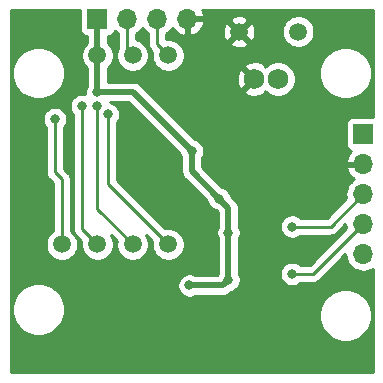
<source format=gbl>
G04 #@! TF.GenerationSoftware,KiCad,Pcbnew,(5.1.2-1)-1*
G04 #@! TF.CreationDate,2019-08-31T04:18:35+09:00*
G04 #@! TF.ProjectId,Schematic,53636865-6d61-4746-9963-2e6b69636164,rev?*
G04 #@! TF.SameCoordinates,Original*
G04 #@! TF.FileFunction,Copper,L2,Bot*
G04 #@! TF.FilePolarity,Positive*
%FSLAX46Y46*%
G04 Gerber Fmt 4.6, Leading zero omitted, Abs format (unit mm)*
G04 Created by KiCad (PCBNEW (5.1.2-1)-1) date 2019-08-31 04:18:35*
%MOMM*%
%LPD*%
G04 APERTURE LIST*
%ADD10O,1.700000X1.700000*%
%ADD11R,1.700000X1.700000*%
%ADD12C,1.500000*%
%ADD13C,1.750000*%
%ADD14C,0.800000*%
%ADD15C,0.500000*%
%ADD16C,0.250000*%
%ADD17C,0.254000*%
G04 APERTURE END LIST*
D10*
X120500000Y-81330000D03*
X120500000Y-78790000D03*
X120500000Y-76250000D03*
X120500000Y-73710000D03*
D11*
X120500000Y-71170000D03*
D12*
X104000000Y-80500000D03*
X101000000Y-80500000D03*
X98000000Y-80500000D03*
X95000000Y-80500000D03*
X104000000Y-64500000D03*
X101000000Y-64500000D03*
X110000000Y-62500000D03*
X98000000Y-64500000D03*
X115000000Y-62500000D03*
D13*
X113300000Y-66500000D03*
X111300000Y-66500000D03*
D10*
X105620000Y-61400000D03*
X103080000Y-61400000D03*
X100540000Y-61400000D03*
D11*
X98000000Y-61400000D03*
D14*
X94400000Y-69900000D03*
X96700000Y-68800000D03*
X98000000Y-68800000D03*
X98900000Y-69500000D03*
X115000000Y-62500000D03*
X106000000Y-80500000D03*
X104000000Y-82250000D03*
X106000000Y-82250000D03*
X92500000Y-90000000D03*
X97500000Y-90000000D03*
X102500000Y-90000000D03*
X107500000Y-90000000D03*
X112500000Y-90000000D03*
X117500000Y-90000000D03*
X120000000Y-90000000D03*
X92500000Y-62500000D03*
X95000000Y-62500000D03*
X107500000Y-62500000D03*
X112000000Y-62500000D03*
X120000000Y-62500000D03*
X107500000Y-70000000D03*
X108500000Y-74500000D03*
X117000000Y-72500000D03*
X118500000Y-75000000D03*
X120500000Y-83500000D03*
X120500000Y-69000000D03*
X106000000Y-86000000D03*
X107500000Y-86000000D03*
X98000000Y-87500000D03*
X92500000Y-83000000D03*
X91500000Y-69500000D03*
X111500000Y-70000000D03*
X98000000Y-67600000D03*
X106000000Y-72600000D03*
X105800000Y-83975000D03*
X109100000Y-83500000D03*
X109100000Y-79500000D03*
X108300000Y-76625000D03*
X114500000Y-83000000D03*
X114500000Y-79000000D03*
D15*
X106000000Y-74325000D02*
X108300000Y-76625000D01*
X108300000Y-76625000D02*
X109100000Y-77425000D01*
X109100000Y-77425000D02*
X109100000Y-79500000D01*
X109100000Y-79500000D02*
X109100000Y-83500000D01*
X108624998Y-83975000D02*
X105800000Y-83975000D01*
X109100000Y-83500000D02*
X108624998Y-83975000D01*
X102200000Y-68800000D02*
X106000000Y-72600000D01*
X106000000Y-74325000D02*
X106000000Y-72600000D01*
X101000000Y-67600000D02*
X102200000Y-68800000D01*
X98000000Y-67600000D02*
X101000000Y-67600000D01*
X98000000Y-67600000D02*
X98000000Y-61400000D01*
D16*
X103080000Y-63580000D02*
X104000000Y-64500000D01*
X103080000Y-61400000D02*
X103080000Y-63580000D01*
X100540000Y-64040000D02*
X101000000Y-64500000D01*
X100540000Y-61400000D02*
X100540000Y-64040000D01*
X116290000Y-83000000D02*
X120500000Y-78790000D01*
X114500000Y-83000000D02*
X116290000Y-83000000D01*
X117750000Y-79000000D02*
X120500000Y-76250000D01*
X114500000Y-79000000D02*
X117750000Y-79000000D01*
X98900000Y-75400000D02*
X104000000Y-80500000D01*
X98900000Y-69500000D02*
X98900000Y-75400000D01*
X98000000Y-77500000D02*
X101000000Y-80500000D01*
X98000000Y-68800000D02*
X98000000Y-77500000D01*
X96700000Y-79200000D02*
X98000000Y-80500000D01*
X96700000Y-68800000D02*
X96700000Y-79200000D01*
X94400000Y-69900000D02*
X94400000Y-74400000D01*
X95000000Y-75000000D02*
X95000000Y-80500000D01*
X94400000Y-74400000D02*
X95000000Y-75000000D01*
D17*
G36*
X96511928Y-62250000D02*
G01*
X96524188Y-62374482D01*
X96560498Y-62494180D01*
X96619463Y-62604494D01*
X96698815Y-62701185D01*
X96795506Y-62780537D01*
X96905820Y-62839502D01*
X97025518Y-62875812D01*
X97115001Y-62884625D01*
X97115001Y-63426314D01*
X96924201Y-63617114D01*
X96772629Y-63843957D01*
X96668225Y-64096011D01*
X96615000Y-64363589D01*
X96615000Y-64636411D01*
X96668225Y-64903989D01*
X96772629Y-65156043D01*
X96924201Y-65382886D01*
X97115000Y-65573685D01*
X97115000Y-67061546D01*
X97082795Y-67109744D01*
X97004774Y-67298102D01*
X96965000Y-67498061D01*
X96965000Y-67701939D01*
X96984778Y-67801369D01*
X96801939Y-67765000D01*
X96598061Y-67765000D01*
X96398102Y-67804774D01*
X96209744Y-67882795D01*
X96040226Y-67996063D01*
X95896063Y-68140226D01*
X95782795Y-68309744D01*
X95704774Y-68498102D01*
X95665000Y-68698061D01*
X95665000Y-68901939D01*
X95704774Y-69101898D01*
X95782795Y-69290256D01*
X95896063Y-69459774D01*
X95940000Y-69503711D01*
X95940001Y-79162668D01*
X95936324Y-79200000D01*
X95950998Y-79348985D01*
X95994454Y-79492246D01*
X96044431Y-79585746D01*
X95882886Y-79424201D01*
X95760000Y-79342091D01*
X95760000Y-75037322D01*
X95763676Y-74999999D01*
X95760000Y-74962676D01*
X95760000Y-74962667D01*
X95749003Y-74851014D01*
X95705546Y-74707753D01*
X95682861Y-74665313D01*
X95634974Y-74575723D01*
X95563799Y-74488997D01*
X95540001Y-74459999D01*
X95511004Y-74436202D01*
X95160000Y-74085199D01*
X95160000Y-70603711D01*
X95203937Y-70559774D01*
X95317205Y-70390256D01*
X95395226Y-70201898D01*
X95435000Y-70001939D01*
X95435000Y-69798061D01*
X95395226Y-69598102D01*
X95317205Y-69409744D01*
X95203937Y-69240226D01*
X95059774Y-69096063D01*
X94890256Y-68982795D01*
X94701898Y-68904774D01*
X94501939Y-68865000D01*
X94298061Y-68865000D01*
X94098102Y-68904774D01*
X93909744Y-68982795D01*
X93740226Y-69096063D01*
X93596063Y-69240226D01*
X93482795Y-69409744D01*
X93404774Y-69598102D01*
X93365000Y-69798061D01*
X93365000Y-70001939D01*
X93404774Y-70201898D01*
X93482795Y-70390256D01*
X93596063Y-70559774D01*
X93640000Y-70603711D01*
X93640001Y-74362668D01*
X93636324Y-74400000D01*
X93640001Y-74437333D01*
X93650998Y-74548986D01*
X93659109Y-74575724D01*
X93694454Y-74692246D01*
X93765026Y-74824276D01*
X93836201Y-74911002D01*
X93860000Y-74940001D01*
X93888998Y-74963799D01*
X94240000Y-75314802D01*
X94240001Y-79342090D01*
X94117114Y-79424201D01*
X93924201Y-79617114D01*
X93772629Y-79843957D01*
X93668225Y-80096011D01*
X93615000Y-80363589D01*
X93615000Y-80636411D01*
X93668225Y-80903989D01*
X93772629Y-81156043D01*
X93924201Y-81382886D01*
X94117114Y-81575799D01*
X94343957Y-81727371D01*
X94596011Y-81831775D01*
X94863589Y-81885000D01*
X95136411Y-81885000D01*
X95403989Y-81831775D01*
X95656043Y-81727371D01*
X95882886Y-81575799D01*
X96075799Y-81382886D01*
X96227371Y-81156043D01*
X96331775Y-80903989D01*
X96385000Y-80636411D01*
X96385000Y-80363589D01*
X96331775Y-80096011D01*
X96227371Y-79843957D01*
X96148751Y-79726294D01*
X96160000Y-79740001D01*
X96188998Y-79763799D01*
X96643833Y-80218635D01*
X96615000Y-80363589D01*
X96615000Y-80636411D01*
X96668225Y-80903989D01*
X96772629Y-81156043D01*
X96924201Y-81382886D01*
X97117114Y-81575799D01*
X97343957Y-81727371D01*
X97596011Y-81831775D01*
X97863589Y-81885000D01*
X98136411Y-81885000D01*
X98403989Y-81831775D01*
X98656043Y-81727371D01*
X98882886Y-81575799D01*
X99075799Y-81382886D01*
X99227371Y-81156043D01*
X99331775Y-80903989D01*
X99385000Y-80636411D01*
X99385000Y-80363589D01*
X99331775Y-80096011D01*
X99227371Y-79843957D01*
X99143230Y-79718032D01*
X99643833Y-80218635D01*
X99615000Y-80363589D01*
X99615000Y-80636411D01*
X99668225Y-80903989D01*
X99772629Y-81156043D01*
X99924201Y-81382886D01*
X100117114Y-81575799D01*
X100343957Y-81727371D01*
X100596011Y-81831775D01*
X100863589Y-81885000D01*
X101136411Y-81885000D01*
X101403989Y-81831775D01*
X101656043Y-81727371D01*
X101882886Y-81575799D01*
X102075799Y-81382886D01*
X102227371Y-81156043D01*
X102331775Y-80903989D01*
X102385000Y-80636411D01*
X102385000Y-80363589D01*
X102331775Y-80096011D01*
X102227371Y-79843957D01*
X102143231Y-79718032D01*
X102643833Y-80218635D01*
X102615000Y-80363589D01*
X102615000Y-80636411D01*
X102668225Y-80903989D01*
X102772629Y-81156043D01*
X102924201Y-81382886D01*
X103117114Y-81575799D01*
X103343957Y-81727371D01*
X103596011Y-81831775D01*
X103863589Y-81885000D01*
X104136411Y-81885000D01*
X104403989Y-81831775D01*
X104656043Y-81727371D01*
X104882886Y-81575799D01*
X105075799Y-81382886D01*
X105227371Y-81156043D01*
X105331775Y-80903989D01*
X105385000Y-80636411D01*
X105385000Y-80363589D01*
X105331775Y-80096011D01*
X105227371Y-79843957D01*
X105075799Y-79617114D01*
X104882886Y-79424201D01*
X104656043Y-79272629D01*
X104403989Y-79168225D01*
X104136411Y-79115000D01*
X103863589Y-79115000D01*
X103718635Y-79143833D01*
X99660000Y-75085199D01*
X99660000Y-70203711D01*
X99703937Y-70159774D01*
X99817205Y-69990256D01*
X99895226Y-69801898D01*
X99935000Y-69601939D01*
X99935000Y-69398061D01*
X99895226Y-69198102D01*
X99817205Y-69009744D01*
X99703937Y-68840226D01*
X99559774Y-68696063D01*
X99390256Y-68582795D01*
X99201898Y-68504774D01*
X99102487Y-68485000D01*
X100633422Y-68485000D01*
X101604953Y-69456532D01*
X104993465Y-72845044D01*
X105004774Y-72901898D01*
X105082795Y-73090256D01*
X105115001Y-73138455D01*
X105115000Y-74281531D01*
X105110719Y-74325000D01*
X105115000Y-74368469D01*
X105115000Y-74368476D01*
X105127805Y-74498489D01*
X105178411Y-74665312D01*
X105260589Y-74819058D01*
X105371183Y-74953817D01*
X105404956Y-74981534D01*
X107293465Y-76870044D01*
X107304774Y-76926898D01*
X107382795Y-77115256D01*
X107496063Y-77284774D01*
X107640226Y-77428937D01*
X107809744Y-77542205D01*
X107998102Y-77620226D01*
X108054956Y-77631535D01*
X108215000Y-77791579D01*
X108215001Y-78961545D01*
X108182795Y-79009744D01*
X108104774Y-79198102D01*
X108065000Y-79398061D01*
X108065000Y-79601939D01*
X108104774Y-79801898D01*
X108182795Y-79990256D01*
X108215000Y-80038455D01*
X108215001Y-82961544D01*
X108182795Y-83009744D01*
X108149552Y-83090000D01*
X106338454Y-83090000D01*
X106290256Y-83057795D01*
X106101898Y-82979774D01*
X105901939Y-82940000D01*
X105698061Y-82940000D01*
X105498102Y-82979774D01*
X105309744Y-83057795D01*
X105140226Y-83171063D01*
X104996063Y-83315226D01*
X104882795Y-83484744D01*
X104804774Y-83673102D01*
X104765000Y-83873061D01*
X104765000Y-84076939D01*
X104804774Y-84276898D01*
X104882795Y-84465256D01*
X104996063Y-84634774D01*
X105140226Y-84778937D01*
X105309744Y-84892205D01*
X105498102Y-84970226D01*
X105698061Y-85010000D01*
X105901939Y-85010000D01*
X106101898Y-84970226D01*
X106290256Y-84892205D01*
X106338454Y-84860000D01*
X108581531Y-84860000D01*
X108624997Y-84864281D01*
X108668466Y-84860000D01*
X108668475Y-84860000D01*
X108798488Y-84847195D01*
X108965311Y-84796589D01*
X109119057Y-84714411D01*
X109253815Y-84603817D01*
X109281531Y-84570045D01*
X109345041Y-84506535D01*
X109401898Y-84495226D01*
X109590256Y-84417205D01*
X109759774Y-84303937D01*
X109903937Y-84159774D01*
X110017205Y-83990256D01*
X110095226Y-83801898D01*
X110135000Y-83601939D01*
X110135000Y-83398061D01*
X110095226Y-83198102D01*
X110017205Y-83009744D01*
X109985000Y-82961546D01*
X109985000Y-80038454D01*
X110017205Y-79990256D01*
X110095226Y-79801898D01*
X110135000Y-79601939D01*
X110135000Y-79398061D01*
X110095226Y-79198102D01*
X110017205Y-79009744D01*
X109985000Y-78961546D01*
X109985000Y-77468469D01*
X109989281Y-77425000D01*
X109985000Y-77381531D01*
X109985000Y-77381523D01*
X109972195Y-77251510D01*
X109921589Y-77084687D01*
X109839411Y-76930941D01*
X109836093Y-76926898D01*
X109756532Y-76829953D01*
X109756530Y-76829951D01*
X109728817Y-76796183D01*
X109695050Y-76768471D01*
X109306535Y-76379956D01*
X109295226Y-76323102D01*
X109217205Y-76134744D01*
X109103937Y-75965226D01*
X108959774Y-75821063D01*
X108790256Y-75707795D01*
X108601898Y-75629774D01*
X108545044Y-75618465D01*
X106885000Y-73958422D01*
X106885000Y-73138454D01*
X106917205Y-73090256D01*
X106995226Y-72901898D01*
X107035000Y-72701939D01*
X107035000Y-72498061D01*
X106995226Y-72298102D01*
X106917205Y-72109744D01*
X106803937Y-71940226D01*
X106659774Y-71796063D01*
X106490256Y-71682795D01*
X106301898Y-71604774D01*
X106245044Y-71593465D01*
X102856532Y-68204953D01*
X101656534Y-67004956D01*
X101628817Y-66971183D01*
X101494059Y-66860589D01*
X101340313Y-66778411D01*
X101173490Y-66727805D01*
X101043477Y-66715000D01*
X101043469Y-66715000D01*
X101000000Y-66710719D01*
X100956531Y-66715000D01*
X98885000Y-66715000D01*
X98885000Y-66567543D01*
X109784196Y-66567543D01*
X109826499Y-66861963D01*
X109925428Y-67142474D01*
X110002132Y-67285975D01*
X110253760Y-67366635D01*
X111120395Y-66500000D01*
X110253760Y-65633365D01*
X110002132Y-65714025D01*
X109873733Y-65982329D01*
X109800145Y-66270526D01*
X109784196Y-66567543D01*
X98885000Y-66567543D01*
X98885000Y-65573685D01*
X99075799Y-65382886D01*
X99227371Y-65156043D01*
X99331775Y-64903989D01*
X99385000Y-64636411D01*
X99385000Y-64363589D01*
X99331775Y-64096011D01*
X99227371Y-63843957D01*
X99075799Y-63617114D01*
X98885000Y-63426315D01*
X98885000Y-62884625D01*
X98974482Y-62875812D01*
X99094180Y-62839502D01*
X99204494Y-62780537D01*
X99301185Y-62701185D01*
X99380537Y-62604494D01*
X99439502Y-62494180D01*
X99460393Y-62425313D01*
X99484866Y-62455134D01*
X99710986Y-62640706D01*
X99780000Y-62677595D01*
X99780001Y-63832924D01*
X99772629Y-63843957D01*
X99668225Y-64096011D01*
X99615000Y-64363589D01*
X99615000Y-64636411D01*
X99668225Y-64903989D01*
X99772629Y-65156043D01*
X99924201Y-65382886D01*
X100117114Y-65575799D01*
X100343957Y-65727371D01*
X100596011Y-65831775D01*
X100863589Y-65885000D01*
X101136411Y-65885000D01*
X101403989Y-65831775D01*
X101656043Y-65727371D01*
X101882886Y-65575799D01*
X102075799Y-65382886D01*
X102227371Y-65156043D01*
X102331775Y-64903989D01*
X102385000Y-64636411D01*
X102385000Y-64363589D01*
X102331775Y-64096011D01*
X102227371Y-63843957D01*
X102075799Y-63617114D01*
X101882886Y-63424201D01*
X101656043Y-63272629D01*
X101403989Y-63168225D01*
X101300000Y-63147540D01*
X101300000Y-62677595D01*
X101369014Y-62640706D01*
X101595134Y-62455134D01*
X101780706Y-62229014D01*
X101810000Y-62174209D01*
X101839294Y-62229014D01*
X102024866Y-62455134D01*
X102250986Y-62640706D01*
X102320001Y-62677595D01*
X102320001Y-63542668D01*
X102316324Y-63580000D01*
X102320001Y-63617333D01*
X102330998Y-63728986D01*
X102341923Y-63765000D01*
X102374454Y-63872246D01*
X102445026Y-64004276D01*
X102503662Y-64075723D01*
X102540000Y-64120001D01*
X102568998Y-64143799D01*
X102643833Y-64218635D01*
X102615000Y-64363589D01*
X102615000Y-64636411D01*
X102668225Y-64903989D01*
X102772629Y-65156043D01*
X102924201Y-65382886D01*
X103117114Y-65575799D01*
X103343957Y-65727371D01*
X103596011Y-65831775D01*
X103863589Y-65885000D01*
X104136411Y-65885000D01*
X104403989Y-65831775D01*
X104656043Y-65727371D01*
X104882886Y-65575799D01*
X105004925Y-65453760D01*
X110433365Y-65453760D01*
X111300000Y-66320395D01*
X111314143Y-66306253D01*
X111493748Y-66485858D01*
X111479605Y-66500000D01*
X111493748Y-66514143D01*
X111314143Y-66693748D01*
X111300000Y-66679605D01*
X110433365Y-67546240D01*
X110514025Y-67797868D01*
X110782329Y-67926267D01*
X111070526Y-67999855D01*
X111367543Y-68015804D01*
X111661963Y-67973501D01*
X111942474Y-67874572D01*
X112085975Y-67797868D01*
X112166634Y-67546242D01*
X112282659Y-67662267D01*
X112304732Y-67640194D01*
X112337431Y-67672893D01*
X112584747Y-67838144D01*
X112859549Y-67951971D01*
X113151278Y-68010000D01*
X113448722Y-68010000D01*
X113740451Y-67951971D01*
X114015253Y-67838144D01*
X114262569Y-67672893D01*
X114472893Y-67462569D01*
X114638144Y-67215253D01*
X114751971Y-66940451D01*
X114810000Y-66648722D01*
X114810000Y-66351278D01*
X114751971Y-66059549D01*
X114638144Y-65784747D01*
X114634887Y-65779872D01*
X116765000Y-65779872D01*
X116765000Y-66220128D01*
X116850890Y-66651925D01*
X117019369Y-67058669D01*
X117263962Y-67424729D01*
X117575271Y-67736038D01*
X117941331Y-67980631D01*
X118348075Y-68149110D01*
X118779872Y-68235000D01*
X119220128Y-68235000D01*
X119651925Y-68149110D01*
X120058669Y-67980631D01*
X120424729Y-67736038D01*
X120736038Y-67424729D01*
X120980631Y-67058669D01*
X121149110Y-66651925D01*
X121235000Y-66220128D01*
X121235000Y-65779872D01*
X121149110Y-65348075D01*
X120980631Y-64941331D01*
X120736038Y-64575271D01*
X120424729Y-64263962D01*
X120058669Y-64019369D01*
X119651925Y-63850890D01*
X119220128Y-63765000D01*
X118779872Y-63765000D01*
X118348075Y-63850890D01*
X117941331Y-64019369D01*
X117575271Y-64263962D01*
X117263962Y-64575271D01*
X117019369Y-64941331D01*
X116850890Y-65348075D01*
X116765000Y-65779872D01*
X114634887Y-65779872D01*
X114472893Y-65537431D01*
X114262569Y-65327107D01*
X114015253Y-65161856D01*
X113740451Y-65048029D01*
X113448722Y-64990000D01*
X113151278Y-64990000D01*
X112859549Y-65048029D01*
X112584747Y-65161856D01*
X112337431Y-65327107D01*
X112304732Y-65359806D01*
X112282659Y-65337733D01*
X112166634Y-65453758D01*
X112085975Y-65202132D01*
X111817671Y-65073733D01*
X111529474Y-65000145D01*
X111232457Y-64984196D01*
X110938037Y-65026499D01*
X110657526Y-65125428D01*
X110514025Y-65202132D01*
X110433365Y-65453760D01*
X105004925Y-65453760D01*
X105075799Y-65382886D01*
X105227371Y-65156043D01*
X105331775Y-64903989D01*
X105385000Y-64636411D01*
X105385000Y-64363589D01*
X105331775Y-64096011D01*
X105227371Y-63843957D01*
X105075799Y-63617114D01*
X104915678Y-63456993D01*
X109222612Y-63456993D01*
X109288137Y-63695860D01*
X109535116Y-63811760D01*
X109799960Y-63877250D01*
X110072492Y-63889812D01*
X110342238Y-63848965D01*
X110598832Y-63756277D01*
X110711863Y-63695860D01*
X110777388Y-63456993D01*
X110000000Y-62679605D01*
X109222612Y-63456993D01*
X104915678Y-63456993D01*
X104882886Y-63424201D01*
X104656043Y-63272629D01*
X104403989Y-63168225D01*
X104136411Y-63115000D01*
X103863589Y-63115000D01*
X103840000Y-63119692D01*
X103840000Y-62677595D01*
X103909014Y-62640706D01*
X104135134Y-62455134D01*
X104320706Y-62229014D01*
X104355201Y-62164477D01*
X104424822Y-62281355D01*
X104619731Y-62497588D01*
X104853080Y-62671641D01*
X105115901Y-62796825D01*
X105263110Y-62841476D01*
X105493000Y-62720155D01*
X105493000Y-61527000D01*
X105747000Y-61527000D01*
X105747000Y-62720155D01*
X105976890Y-62841476D01*
X106124099Y-62796825D01*
X106386920Y-62671641D01*
X106519846Y-62572492D01*
X108610188Y-62572492D01*
X108651035Y-62842238D01*
X108743723Y-63098832D01*
X108804140Y-63211863D01*
X109043007Y-63277388D01*
X109820395Y-62500000D01*
X110179605Y-62500000D01*
X110956993Y-63277388D01*
X111195860Y-63211863D01*
X111311760Y-62964884D01*
X111377250Y-62700040D01*
X111389812Y-62427508D01*
X111380133Y-62363589D01*
X113615000Y-62363589D01*
X113615000Y-62636411D01*
X113668225Y-62903989D01*
X113772629Y-63156043D01*
X113924201Y-63382886D01*
X114117114Y-63575799D01*
X114343957Y-63727371D01*
X114596011Y-63831775D01*
X114863589Y-63885000D01*
X115136411Y-63885000D01*
X115403989Y-63831775D01*
X115656043Y-63727371D01*
X115882886Y-63575799D01*
X116075799Y-63382886D01*
X116227371Y-63156043D01*
X116331775Y-62903989D01*
X116385000Y-62636411D01*
X116385000Y-62363589D01*
X116331775Y-62096011D01*
X116227371Y-61843957D01*
X116075799Y-61617114D01*
X115882886Y-61424201D01*
X115656043Y-61272629D01*
X115403989Y-61168225D01*
X115136411Y-61115000D01*
X114863589Y-61115000D01*
X114596011Y-61168225D01*
X114343957Y-61272629D01*
X114117114Y-61424201D01*
X113924201Y-61617114D01*
X113772629Y-61843957D01*
X113668225Y-62096011D01*
X113615000Y-62363589D01*
X111380133Y-62363589D01*
X111348965Y-62157762D01*
X111256277Y-61901168D01*
X111195860Y-61788137D01*
X110956993Y-61722612D01*
X110179605Y-62500000D01*
X109820395Y-62500000D01*
X109043007Y-61722612D01*
X108804140Y-61788137D01*
X108688240Y-62035116D01*
X108622750Y-62299960D01*
X108610188Y-62572492D01*
X106519846Y-62572492D01*
X106620269Y-62497588D01*
X106815178Y-62281355D01*
X106964157Y-62031252D01*
X107061481Y-61756891D01*
X106949216Y-61543007D01*
X109222612Y-61543007D01*
X110000000Y-62320395D01*
X110777388Y-61543007D01*
X110711863Y-61304140D01*
X110464884Y-61188240D01*
X110200040Y-61122750D01*
X109927508Y-61110188D01*
X109657762Y-61151035D01*
X109401168Y-61243723D01*
X109288137Y-61304140D01*
X109222612Y-61543007D01*
X106949216Y-61543007D01*
X106940814Y-61527000D01*
X105747000Y-61527000D01*
X105493000Y-61527000D01*
X105473000Y-61527000D01*
X105473000Y-61273000D01*
X105493000Y-61273000D01*
X105493000Y-61253000D01*
X105747000Y-61253000D01*
X105747000Y-61273000D01*
X106940814Y-61273000D01*
X107061481Y-61043109D01*
X106964157Y-60768748D01*
X106899379Y-60660000D01*
X121340000Y-60660000D01*
X121340000Y-69681928D01*
X119650000Y-69681928D01*
X119525518Y-69694188D01*
X119405820Y-69730498D01*
X119295506Y-69789463D01*
X119198815Y-69868815D01*
X119119463Y-69965506D01*
X119060498Y-70075820D01*
X119024188Y-70195518D01*
X119011928Y-70320000D01*
X119011928Y-72020000D01*
X119024188Y-72144482D01*
X119060498Y-72264180D01*
X119119463Y-72374494D01*
X119198815Y-72471185D01*
X119295506Y-72550537D01*
X119405820Y-72609502D01*
X119486466Y-72633966D01*
X119402412Y-72709731D01*
X119228359Y-72943080D01*
X119103175Y-73205901D01*
X119058524Y-73353110D01*
X119179845Y-73583000D01*
X120373000Y-73583000D01*
X120373000Y-73563000D01*
X120627000Y-73563000D01*
X120627000Y-73583000D01*
X120647000Y-73583000D01*
X120647000Y-73837000D01*
X120627000Y-73837000D01*
X120627000Y-73857000D01*
X120373000Y-73857000D01*
X120373000Y-73837000D01*
X119179845Y-73837000D01*
X119058524Y-74066890D01*
X119103175Y-74214099D01*
X119228359Y-74476920D01*
X119402412Y-74710269D01*
X119618645Y-74905178D01*
X119735523Y-74974799D01*
X119670986Y-75009294D01*
X119444866Y-75194866D01*
X119259294Y-75420986D01*
X119121401Y-75678966D01*
X119036487Y-75958889D01*
X119007815Y-76250000D01*
X119036487Y-76541111D01*
X119059203Y-76615995D01*
X117435199Y-78240000D01*
X115203711Y-78240000D01*
X115159774Y-78196063D01*
X114990256Y-78082795D01*
X114801898Y-78004774D01*
X114601939Y-77965000D01*
X114398061Y-77965000D01*
X114198102Y-78004774D01*
X114009744Y-78082795D01*
X113840226Y-78196063D01*
X113696063Y-78340226D01*
X113582795Y-78509744D01*
X113504774Y-78698102D01*
X113465000Y-78898061D01*
X113465000Y-79101939D01*
X113504774Y-79301898D01*
X113582795Y-79490256D01*
X113696063Y-79659774D01*
X113840226Y-79803937D01*
X114009744Y-79917205D01*
X114198102Y-79995226D01*
X114398061Y-80035000D01*
X114601939Y-80035000D01*
X114801898Y-79995226D01*
X114990256Y-79917205D01*
X115159774Y-79803937D01*
X115203711Y-79760000D01*
X117712678Y-79760000D01*
X117750000Y-79763676D01*
X117787322Y-79760000D01*
X117787333Y-79760000D01*
X117898986Y-79749003D01*
X118042247Y-79705546D01*
X118174276Y-79634974D01*
X118290001Y-79540001D01*
X118313804Y-79510997D01*
X119010235Y-78814567D01*
X119036487Y-79081111D01*
X119059203Y-79155995D01*
X115975199Y-82240000D01*
X115203711Y-82240000D01*
X115159774Y-82196063D01*
X114990256Y-82082795D01*
X114801898Y-82004774D01*
X114601939Y-81965000D01*
X114398061Y-81965000D01*
X114198102Y-82004774D01*
X114009744Y-82082795D01*
X113840226Y-82196063D01*
X113696063Y-82340226D01*
X113582795Y-82509744D01*
X113504774Y-82698102D01*
X113465000Y-82898061D01*
X113465000Y-83101939D01*
X113504774Y-83301898D01*
X113582795Y-83490256D01*
X113696063Y-83659774D01*
X113840226Y-83803937D01*
X114009744Y-83917205D01*
X114198102Y-83995226D01*
X114398061Y-84035000D01*
X114601939Y-84035000D01*
X114801898Y-83995226D01*
X114990256Y-83917205D01*
X115159774Y-83803937D01*
X115203711Y-83760000D01*
X116252678Y-83760000D01*
X116290000Y-83763676D01*
X116327322Y-83760000D01*
X116327333Y-83760000D01*
X116438986Y-83749003D01*
X116582247Y-83705546D01*
X116714276Y-83634974D01*
X116830001Y-83540001D01*
X116853804Y-83510997D01*
X119010235Y-81354567D01*
X119036487Y-81621111D01*
X119121401Y-81901034D01*
X119259294Y-82159014D01*
X119444866Y-82385134D01*
X119670986Y-82570706D01*
X119928966Y-82708599D01*
X120208889Y-82793513D01*
X120427050Y-82815000D01*
X120572950Y-82815000D01*
X120791111Y-82793513D01*
X121071034Y-82708599D01*
X121329014Y-82570706D01*
X121340001Y-82561689D01*
X121340001Y-91340000D01*
X90660000Y-91340000D01*
X90660000Y-85779872D01*
X90765000Y-85779872D01*
X90765000Y-86220128D01*
X90850890Y-86651925D01*
X91019369Y-87058669D01*
X91263962Y-87424729D01*
X91575271Y-87736038D01*
X91941331Y-87980631D01*
X92348075Y-88149110D01*
X92779872Y-88235000D01*
X93220128Y-88235000D01*
X93651925Y-88149110D01*
X94058669Y-87980631D01*
X94424729Y-87736038D01*
X94736038Y-87424729D01*
X94980631Y-87058669D01*
X95149110Y-86651925D01*
X95223116Y-86279872D01*
X116765000Y-86279872D01*
X116765000Y-86720128D01*
X116850890Y-87151925D01*
X117019369Y-87558669D01*
X117263962Y-87924729D01*
X117575271Y-88236038D01*
X117941331Y-88480631D01*
X118348075Y-88649110D01*
X118779872Y-88735000D01*
X119220128Y-88735000D01*
X119651925Y-88649110D01*
X120058669Y-88480631D01*
X120424729Y-88236038D01*
X120736038Y-87924729D01*
X120980631Y-87558669D01*
X121149110Y-87151925D01*
X121235000Y-86720128D01*
X121235000Y-86279872D01*
X121149110Y-85848075D01*
X120980631Y-85441331D01*
X120736038Y-85075271D01*
X120424729Y-84763962D01*
X120058669Y-84519369D01*
X119651925Y-84350890D01*
X119220128Y-84265000D01*
X118779872Y-84265000D01*
X118348075Y-84350890D01*
X117941331Y-84519369D01*
X117575271Y-84763962D01*
X117263962Y-85075271D01*
X117019369Y-85441331D01*
X116850890Y-85848075D01*
X116765000Y-86279872D01*
X95223116Y-86279872D01*
X95235000Y-86220128D01*
X95235000Y-85779872D01*
X95149110Y-85348075D01*
X94980631Y-84941331D01*
X94736038Y-84575271D01*
X94424729Y-84263962D01*
X94058669Y-84019369D01*
X93651925Y-83850890D01*
X93220128Y-83765000D01*
X92779872Y-83765000D01*
X92348075Y-83850890D01*
X91941331Y-84019369D01*
X91575271Y-84263962D01*
X91263962Y-84575271D01*
X91019369Y-84941331D01*
X90850890Y-85348075D01*
X90765000Y-85779872D01*
X90660000Y-85779872D01*
X90660000Y-65779872D01*
X90765000Y-65779872D01*
X90765000Y-66220128D01*
X90850890Y-66651925D01*
X91019369Y-67058669D01*
X91263962Y-67424729D01*
X91575271Y-67736038D01*
X91941331Y-67980631D01*
X92348075Y-68149110D01*
X92779872Y-68235000D01*
X93220128Y-68235000D01*
X93651925Y-68149110D01*
X94058669Y-67980631D01*
X94424729Y-67736038D01*
X94736038Y-67424729D01*
X94980631Y-67058669D01*
X95149110Y-66651925D01*
X95235000Y-66220128D01*
X95235000Y-65779872D01*
X95149110Y-65348075D01*
X94980631Y-64941331D01*
X94736038Y-64575271D01*
X94424729Y-64263962D01*
X94058669Y-64019369D01*
X93651925Y-63850890D01*
X93220128Y-63765000D01*
X92779872Y-63765000D01*
X92348075Y-63850890D01*
X91941331Y-64019369D01*
X91575271Y-64263962D01*
X91263962Y-64575271D01*
X91019369Y-64941331D01*
X90850890Y-65348075D01*
X90765000Y-65779872D01*
X90660000Y-65779872D01*
X90660000Y-60660000D01*
X96511928Y-60660000D01*
X96511928Y-62250000D01*
X96511928Y-62250000D01*
G37*
X96511928Y-62250000D02*
X96524188Y-62374482D01*
X96560498Y-62494180D01*
X96619463Y-62604494D01*
X96698815Y-62701185D01*
X96795506Y-62780537D01*
X96905820Y-62839502D01*
X97025518Y-62875812D01*
X97115001Y-62884625D01*
X97115001Y-63426314D01*
X96924201Y-63617114D01*
X96772629Y-63843957D01*
X96668225Y-64096011D01*
X96615000Y-64363589D01*
X96615000Y-64636411D01*
X96668225Y-64903989D01*
X96772629Y-65156043D01*
X96924201Y-65382886D01*
X97115000Y-65573685D01*
X97115000Y-67061546D01*
X97082795Y-67109744D01*
X97004774Y-67298102D01*
X96965000Y-67498061D01*
X96965000Y-67701939D01*
X96984778Y-67801369D01*
X96801939Y-67765000D01*
X96598061Y-67765000D01*
X96398102Y-67804774D01*
X96209744Y-67882795D01*
X96040226Y-67996063D01*
X95896063Y-68140226D01*
X95782795Y-68309744D01*
X95704774Y-68498102D01*
X95665000Y-68698061D01*
X95665000Y-68901939D01*
X95704774Y-69101898D01*
X95782795Y-69290256D01*
X95896063Y-69459774D01*
X95940000Y-69503711D01*
X95940001Y-79162668D01*
X95936324Y-79200000D01*
X95950998Y-79348985D01*
X95994454Y-79492246D01*
X96044431Y-79585746D01*
X95882886Y-79424201D01*
X95760000Y-79342091D01*
X95760000Y-75037322D01*
X95763676Y-74999999D01*
X95760000Y-74962676D01*
X95760000Y-74962667D01*
X95749003Y-74851014D01*
X95705546Y-74707753D01*
X95682861Y-74665313D01*
X95634974Y-74575723D01*
X95563799Y-74488997D01*
X95540001Y-74459999D01*
X95511004Y-74436202D01*
X95160000Y-74085199D01*
X95160000Y-70603711D01*
X95203937Y-70559774D01*
X95317205Y-70390256D01*
X95395226Y-70201898D01*
X95435000Y-70001939D01*
X95435000Y-69798061D01*
X95395226Y-69598102D01*
X95317205Y-69409744D01*
X95203937Y-69240226D01*
X95059774Y-69096063D01*
X94890256Y-68982795D01*
X94701898Y-68904774D01*
X94501939Y-68865000D01*
X94298061Y-68865000D01*
X94098102Y-68904774D01*
X93909744Y-68982795D01*
X93740226Y-69096063D01*
X93596063Y-69240226D01*
X93482795Y-69409744D01*
X93404774Y-69598102D01*
X93365000Y-69798061D01*
X93365000Y-70001939D01*
X93404774Y-70201898D01*
X93482795Y-70390256D01*
X93596063Y-70559774D01*
X93640000Y-70603711D01*
X93640001Y-74362668D01*
X93636324Y-74400000D01*
X93640001Y-74437333D01*
X93650998Y-74548986D01*
X93659109Y-74575724D01*
X93694454Y-74692246D01*
X93765026Y-74824276D01*
X93836201Y-74911002D01*
X93860000Y-74940001D01*
X93888998Y-74963799D01*
X94240000Y-75314802D01*
X94240001Y-79342090D01*
X94117114Y-79424201D01*
X93924201Y-79617114D01*
X93772629Y-79843957D01*
X93668225Y-80096011D01*
X93615000Y-80363589D01*
X93615000Y-80636411D01*
X93668225Y-80903989D01*
X93772629Y-81156043D01*
X93924201Y-81382886D01*
X94117114Y-81575799D01*
X94343957Y-81727371D01*
X94596011Y-81831775D01*
X94863589Y-81885000D01*
X95136411Y-81885000D01*
X95403989Y-81831775D01*
X95656043Y-81727371D01*
X95882886Y-81575799D01*
X96075799Y-81382886D01*
X96227371Y-81156043D01*
X96331775Y-80903989D01*
X96385000Y-80636411D01*
X96385000Y-80363589D01*
X96331775Y-80096011D01*
X96227371Y-79843957D01*
X96148751Y-79726294D01*
X96160000Y-79740001D01*
X96188998Y-79763799D01*
X96643833Y-80218635D01*
X96615000Y-80363589D01*
X96615000Y-80636411D01*
X96668225Y-80903989D01*
X96772629Y-81156043D01*
X96924201Y-81382886D01*
X97117114Y-81575799D01*
X97343957Y-81727371D01*
X97596011Y-81831775D01*
X97863589Y-81885000D01*
X98136411Y-81885000D01*
X98403989Y-81831775D01*
X98656043Y-81727371D01*
X98882886Y-81575799D01*
X99075799Y-81382886D01*
X99227371Y-81156043D01*
X99331775Y-80903989D01*
X99385000Y-80636411D01*
X99385000Y-80363589D01*
X99331775Y-80096011D01*
X99227371Y-79843957D01*
X99143230Y-79718032D01*
X99643833Y-80218635D01*
X99615000Y-80363589D01*
X99615000Y-80636411D01*
X99668225Y-80903989D01*
X99772629Y-81156043D01*
X99924201Y-81382886D01*
X100117114Y-81575799D01*
X100343957Y-81727371D01*
X100596011Y-81831775D01*
X100863589Y-81885000D01*
X101136411Y-81885000D01*
X101403989Y-81831775D01*
X101656043Y-81727371D01*
X101882886Y-81575799D01*
X102075799Y-81382886D01*
X102227371Y-81156043D01*
X102331775Y-80903989D01*
X102385000Y-80636411D01*
X102385000Y-80363589D01*
X102331775Y-80096011D01*
X102227371Y-79843957D01*
X102143231Y-79718032D01*
X102643833Y-80218635D01*
X102615000Y-80363589D01*
X102615000Y-80636411D01*
X102668225Y-80903989D01*
X102772629Y-81156043D01*
X102924201Y-81382886D01*
X103117114Y-81575799D01*
X103343957Y-81727371D01*
X103596011Y-81831775D01*
X103863589Y-81885000D01*
X104136411Y-81885000D01*
X104403989Y-81831775D01*
X104656043Y-81727371D01*
X104882886Y-81575799D01*
X105075799Y-81382886D01*
X105227371Y-81156043D01*
X105331775Y-80903989D01*
X105385000Y-80636411D01*
X105385000Y-80363589D01*
X105331775Y-80096011D01*
X105227371Y-79843957D01*
X105075799Y-79617114D01*
X104882886Y-79424201D01*
X104656043Y-79272629D01*
X104403989Y-79168225D01*
X104136411Y-79115000D01*
X103863589Y-79115000D01*
X103718635Y-79143833D01*
X99660000Y-75085199D01*
X99660000Y-70203711D01*
X99703937Y-70159774D01*
X99817205Y-69990256D01*
X99895226Y-69801898D01*
X99935000Y-69601939D01*
X99935000Y-69398061D01*
X99895226Y-69198102D01*
X99817205Y-69009744D01*
X99703937Y-68840226D01*
X99559774Y-68696063D01*
X99390256Y-68582795D01*
X99201898Y-68504774D01*
X99102487Y-68485000D01*
X100633422Y-68485000D01*
X101604953Y-69456532D01*
X104993465Y-72845044D01*
X105004774Y-72901898D01*
X105082795Y-73090256D01*
X105115001Y-73138455D01*
X105115000Y-74281531D01*
X105110719Y-74325000D01*
X105115000Y-74368469D01*
X105115000Y-74368476D01*
X105127805Y-74498489D01*
X105178411Y-74665312D01*
X105260589Y-74819058D01*
X105371183Y-74953817D01*
X105404956Y-74981534D01*
X107293465Y-76870044D01*
X107304774Y-76926898D01*
X107382795Y-77115256D01*
X107496063Y-77284774D01*
X107640226Y-77428937D01*
X107809744Y-77542205D01*
X107998102Y-77620226D01*
X108054956Y-77631535D01*
X108215000Y-77791579D01*
X108215001Y-78961545D01*
X108182795Y-79009744D01*
X108104774Y-79198102D01*
X108065000Y-79398061D01*
X108065000Y-79601939D01*
X108104774Y-79801898D01*
X108182795Y-79990256D01*
X108215000Y-80038455D01*
X108215001Y-82961544D01*
X108182795Y-83009744D01*
X108149552Y-83090000D01*
X106338454Y-83090000D01*
X106290256Y-83057795D01*
X106101898Y-82979774D01*
X105901939Y-82940000D01*
X105698061Y-82940000D01*
X105498102Y-82979774D01*
X105309744Y-83057795D01*
X105140226Y-83171063D01*
X104996063Y-83315226D01*
X104882795Y-83484744D01*
X104804774Y-83673102D01*
X104765000Y-83873061D01*
X104765000Y-84076939D01*
X104804774Y-84276898D01*
X104882795Y-84465256D01*
X104996063Y-84634774D01*
X105140226Y-84778937D01*
X105309744Y-84892205D01*
X105498102Y-84970226D01*
X105698061Y-85010000D01*
X105901939Y-85010000D01*
X106101898Y-84970226D01*
X106290256Y-84892205D01*
X106338454Y-84860000D01*
X108581531Y-84860000D01*
X108624997Y-84864281D01*
X108668466Y-84860000D01*
X108668475Y-84860000D01*
X108798488Y-84847195D01*
X108965311Y-84796589D01*
X109119057Y-84714411D01*
X109253815Y-84603817D01*
X109281531Y-84570045D01*
X109345041Y-84506535D01*
X109401898Y-84495226D01*
X109590256Y-84417205D01*
X109759774Y-84303937D01*
X109903937Y-84159774D01*
X110017205Y-83990256D01*
X110095226Y-83801898D01*
X110135000Y-83601939D01*
X110135000Y-83398061D01*
X110095226Y-83198102D01*
X110017205Y-83009744D01*
X109985000Y-82961546D01*
X109985000Y-80038454D01*
X110017205Y-79990256D01*
X110095226Y-79801898D01*
X110135000Y-79601939D01*
X110135000Y-79398061D01*
X110095226Y-79198102D01*
X110017205Y-79009744D01*
X109985000Y-78961546D01*
X109985000Y-77468469D01*
X109989281Y-77425000D01*
X109985000Y-77381531D01*
X109985000Y-77381523D01*
X109972195Y-77251510D01*
X109921589Y-77084687D01*
X109839411Y-76930941D01*
X109836093Y-76926898D01*
X109756532Y-76829953D01*
X109756530Y-76829951D01*
X109728817Y-76796183D01*
X109695050Y-76768471D01*
X109306535Y-76379956D01*
X109295226Y-76323102D01*
X109217205Y-76134744D01*
X109103937Y-75965226D01*
X108959774Y-75821063D01*
X108790256Y-75707795D01*
X108601898Y-75629774D01*
X108545044Y-75618465D01*
X106885000Y-73958422D01*
X106885000Y-73138454D01*
X106917205Y-73090256D01*
X106995226Y-72901898D01*
X107035000Y-72701939D01*
X107035000Y-72498061D01*
X106995226Y-72298102D01*
X106917205Y-72109744D01*
X106803937Y-71940226D01*
X106659774Y-71796063D01*
X106490256Y-71682795D01*
X106301898Y-71604774D01*
X106245044Y-71593465D01*
X102856532Y-68204953D01*
X101656534Y-67004956D01*
X101628817Y-66971183D01*
X101494059Y-66860589D01*
X101340313Y-66778411D01*
X101173490Y-66727805D01*
X101043477Y-66715000D01*
X101043469Y-66715000D01*
X101000000Y-66710719D01*
X100956531Y-66715000D01*
X98885000Y-66715000D01*
X98885000Y-66567543D01*
X109784196Y-66567543D01*
X109826499Y-66861963D01*
X109925428Y-67142474D01*
X110002132Y-67285975D01*
X110253760Y-67366635D01*
X111120395Y-66500000D01*
X110253760Y-65633365D01*
X110002132Y-65714025D01*
X109873733Y-65982329D01*
X109800145Y-66270526D01*
X109784196Y-66567543D01*
X98885000Y-66567543D01*
X98885000Y-65573685D01*
X99075799Y-65382886D01*
X99227371Y-65156043D01*
X99331775Y-64903989D01*
X99385000Y-64636411D01*
X99385000Y-64363589D01*
X99331775Y-64096011D01*
X99227371Y-63843957D01*
X99075799Y-63617114D01*
X98885000Y-63426315D01*
X98885000Y-62884625D01*
X98974482Y-62875812D01*
X99094180Y-62839502D01*
X99204494Y-62780537D01*
X99301185Y-62701185D01*
X99380537Y-62604494D01*
X99439502Y-62494180D01*
X99460393Y-62425313D01*
X99484866Y-62455134D01*
X99710986Y-62640706D01*
X99780000Y-62677595D01*
X99780001Y-63832924D01*
X99772629Y-63843957D01*
X99668225Y-64096011D01*
X99615000Y-64363589D01*
X99615000Y-64636411D01*
X99668225Y-64903989D01*
X99772629Y-65156043D01*
X99924201Y-65382886D01*
X100117114Y-65575799D01*
X100343957Y-65727371D01*
X100596011Y-65831775D01*
X100863589Y-65885000D01*
X101136411Y-65885000D01*
X101403989Y-65831775D01*
X101656043Y-65727371D01*
X101882886Y-65575799D01*
X102075799Y-65382886D01*
X102227371Y-65156043D01*
X102331775Y-64903989D01*
X102385000Y-64636411D01*
X102385000Y-64363589D01*
X102331775Y-64096011D01*
X102227371Y-63843957D01*
X102075799Y-63617114D01*
X101882886Y-63424201D01*
X101656043Y-63272629D01*
X101403989Y-63168225D01*
X101300000Y-63147540D01*
X101300000Y-62677595D01*
X101369014Y-62640706D01*
X101595134Y-62455134D01*
X101780706Y-62229014D01*
X101810000Y-62174209D01*
X101839294Y-62229014D01*
X102024866Y-62455134D01*
X102250986Y-62640706D01*
X102320001Y-62677595D01*
X102320001Y-63542668D01*
X102316324Y-63580000D01*
X102320001Y-63617333D01*
X102330998Y-63728986D01*
X102341923Y-63765000D01*
X102374454Y-63872246D01*
X102445026Y-64004276D01*
X102503662Y-64075723D01*
X102540000Y-64120001D01*
X102568998Y-64143799D01*
X102643833Y-64218635D01*
X102615000Y-64363589D01*
X102615000Y-64636411D01*
X102668225Y-64903989D01*
X102772629Y-65156043D01*
X102924201Y-65382886D01*
X103117114Y-65575799D01*
X103343957Y-65727371D01*
X103596011Y-65831775D01*
X103863589Y-65885000D01*
X104136411Y-65885000D01*
X104403989Y-65831775D01*
X104656043Y-65727371D01*
X104882886Y-65575799D01*
X105004925Y-65453760D01*
X110433365Y-65453760D01*
X111300000Y-66320395D01*
X111314143Y-66306253D01*
X111493748Y-66485858D01*
X111479605Y-66500000D01*
X111493748Y-66514143D01*
X111314143Y-66693748D01*
X111300000Y-66679605D01*
X110433365Y-67546240D01*
X110514025Y-67797868D01*
X110782329Y-67926267D01*
X111070526Y-67999855D01*
X111367543Y-68015804D01*
X111661963Y-67973501D01*
X111942474Y-67874572D01*
X112085975Y-67797868D01*
X112166634Y-67546242D01*
X112282659Y-67662267D01*
X112304732Y-67640194D01*
X112337431Y-67672893D01*
X112584747Y-67838144D01*
X112859549Y-67951971D01*
X113151278Y-68010000D01*
X113448722Y-68010000D01*
X113740451Y-67951971D01*
X114015253Y-67838144D01*
X114262569Y-67672893D01*
X114472893Y-67462569D01*
X114638144Y-67215253D01*
X114751971Y-66940451D01*
X114810000Y-66648722D01*
X114810000Y-66351278D01*
X114751971Y-66059549D01*
X114638144Y-65784747D01*
X114634887Y-65779872D01*
X116765000Y-65779872D01*
X116765000Y-66220128D01*
X116850890Y-66651925D01*
X117019369Y-67058669D01*
X117263962Y-67424729D01*
X117575271Y-67736038D01*
X117941331Y-67980631D01*
X118348075Y-68149110D01*
X118779872Y-68235000D01*
X119220128Y-68235000D01*
X119651925Y-68149110D01*
X120058669Y-67980631D01*
X120424729Y-67736038D01*
X120736038Y-67424729D01*
X120980631Y-67058669D01*
X121149110Y-66651925D01*
X121235000Y-66220128D01*
X121235000Y-65779872D01*
X121149110Y-65348075D01*
X120980631Y-64941331D01*
X120736038Y-64575271D01*
X120424729Y-64263962D01*
X120058669Y-64019369D01*
X119651925Y-63850890D01*
X119220128Y-63765000D01*
X118779872Y-63765000D01*
X118348075Y-63850890D01*
X117941331Y-64019369D01*
X117575271Y-64263962D01*
X117263962Y-64575271D01*
X117019369Y-64941331D01*
X116850890Y-65348075D01*
X116765000Y-65779872D01*
X114634887Y-65779872D01*
X114472893Y-65537431D01*
X114262569Y-65327107D01*
X114015253Y-65161856D01*
X113740451Y-65048029D01*
X113448722Y-64990000D01*
X113151278Y-64990000D01*
X112859549Y-65048029D01*
X112584747Y-65161856D01*
X112337431Y-65327107D01*
X112304732Y-65359806D01*
X112282659Y-65337733D01*
X112166634Y-65453758D01*
X112085975Y-65202132D01*
X111817671Y-65073733D01*
X111529474Y-65000145D01*
X111232457Y-64984196D01*
X110938037Y-65026499D01*
X110657526Y-65125428D01*
X110514025Y-65202132D01*
X110433365Y-65453760D01*
X105004925Y-65453760D01*
X105075799Y-65382886D01*
X105227371Y-65156043D01*
X105331775Y-64903989D01*
X105385000Y-64636411D01*
X105385000Y-64363589D01*
X105331775Y-64096011D01*
X105227371Y-63843957D01*
X105075799Y-63617114D01*
X104915678Y-63456993D01*
X109222612Y-63456993D01*
X109288137Y-63695860D01*
X109535116Y-63811760D01*
X109799960Y-63877250D01*
X110072492Y-63889812D01*
X110342238Y-63848965D01*
X110598832Y-63756277D01*
X110711863Y-63695860D01*
X110777388Y-63456993D01*
X110000000Y-62679605D01*
X109222612Y-63456993D01*
X104915678Y-63456993D01*
X104882886Y-63424201D01*
X104656043Y-63272629D01*
X104403989Y-63168225D01*
X104136411Y-63115000D01*
X103863589Y-63115000D01*
X103840000Y-63119692D01*
X103840000Y-62677595D01*
X103909014Y-62640706D01*
X104135134Y-62455134D01*
X104320706Y-62229014D01*
X104355201Y-62164477D01*
X104424822Y-62281355D01*
X104619731Y-62497588D01*
X104853080Y-62671641D01*
X105115901Y-62796825D01*
X105263110Y-62841476D01*
X105493000Y-62720155D01*
X105493000Y-61527000D01*
X105747000Y-61527000D01*
X105747000Y-62720155D01*
X105976890Y-62841476D01*
X106124099Y-62796825D01*
X106386920Y-62671641D01*
X106519846Y-62572492D01*
X108610188Y-62572492D01*
X108651035Y-62842238D01*
X108743723Y-63098832D01*
X108804140Y-63211863D01*
X109043007Y-63277388D01*
X109820395Y-62500000D01*
X110179605Y-62500000D01*
X110956993Y-63277388D01*
X111195860Y-63211863D01*
X111311760Y-62964884D01*
X111377250Y-62700040D01*
X111389812Y-62427508D01*
X111380133Y-62363589D01*
X113615000Y-62363589D01*
X113615000Y-62636411D01*
X113668225Y-62903989D01*
X113772629Y-63156043D01*
X113924201Y-63382886D01*
X114117114Y-63575799D01*
X114343957Y-63727371D01*
X114596011Y-63831775D01*
X114863589Y-63885000D01*
X115136411Y-63885000D01*
X115403989Y-63831775D01*
X115656043Y-63727371D01*
X115882886Y-63575799D01*
X116075799Y-63382886D01*
X116227371Y-63156043D01*
X116331775Y-62903989D01*
X116385000Y-62636411D01*
X116385000Y-62363589D01*
X116331775Y-62096011D01*
X116227371Y-61843957D01*
X116075799Y-61617114D01*
X115882886Y-61424201D01*
X115656043Y-61272629D01*
X115403989Y-61168225D01*
X115136411Y-61115000D01*
X114863589Y-61115000D01*
X114596011Y-61168225D01*
X114343957Y-61272629D01*
X114117114Y-61424201D01*
X113924201Y-61617114D01*
X113772629Y-61843957D01*
X113668225Y-62096011D01*
X113615000Y-62363589D01*
X111380133Y-62363589D01*
X111348965Y-62157762D01*
X111256277Y-61901168D01*
X111195860Y-61788137D01*
X110956993Y-61722612D01*
X110179605Y-62500000D01*
X109820395Y-62500000D01*
X109043007Y-61722612D01*
X108804140Y-61788137D01*
X108688240Y-62035116D01*
X108622750Y-62299960D01*
X108610188Y-62572492D01*
X106519846Y-62572492D01*
X106620269Y-62497588D01*
X106815178Y-62281355D01*
X106964157Y-62031252D01*
X107061481Y-61756891D01*
X106949216Y-61543007D01*
X109222612Y-61543007D01*
X110000000Y-62320395D01*
X110777388Y-61543007D01*
X110711863Y-61304140D01*
X110464884Y-61188240D01*
X110200040Y-61122750D01*
X109927508Y-61110188D01*
X109657762Y-61151035D01*
X109401168Y-61243723D01*
X109288137Y-61304140D01*
X109222612Y-61543007D01*
X106949216Y-61543007D01*
X106940814Y-61527000D01*
X105747000Y-61527000D01*
X105493000Y-61527000D01*
X105473000Y-61527000D01*
X105473000Y-61273000D01*
X105493000Y-61273000D01*
X105493000Y-61253000D01*
X105747000Y-61253000D01*
X105747000Y-61273000D01*
X106940814Y-61273000D01*
X107061481Y-61043109D01*
X106964157Y-60768748D01*
X106899379Y-60660000D01*
X121340000Y-60660000D01*
X121340000Y-69681928D01*
X119650000Y-69681928D01*
X119525518Y-69694188D01*
X119405820Y-69730498D01*
X119295506Y-69789463D01*
X119198815Y-69868815D01*
X119119463Y-69965506D01*
X119060498Y-70075820D01*
X119024188Y-70195518D01*
X119011928Y-70320000D01*
X119011928Y-72020000D01*
X119024188Y-72144482D01*
X119060498Y-72264180D01*
X119119463Y-72374494D01*
X119198815Y-72471185D01*
X119295506Y-72550537D01*
X119405820Y-72609502D01*
X119486466Y-72633966D01*
X119402412Y-72709731D01*
X119228359Y-72943080D01*
X119103175Y-73205901D01*
X119058524Y-73353110D01*
X119179845Y-73583000D01*
X120373000Y-73583000D01*
X120373000Y-73563000D01*
X120627000Y-73563000D01*
X120627000Y-73583000D01*
X120647000Y-73583000D01*
X120647000Y-73837000D01*
X120627000Y-73837000D01*
X120627000Y-73857000D01*
X120373000Y-73857000D01*
X120373000Y-73837000D01*
X119179845Y-73837000D01*
X119058524Y-74066890D01*
X119103175Y-74214099D01*
X119228359Y-74476920D01*
X119402412Y-74710269D01*
X119618645Y-74905178D01*
X119735523Y-74974799D01*
X119670986Y-75009294D01*
X119444866Y-75194866D01*
X119259294Y-75420986D01*
X119121401Y-75678966D01*
X119036487Y-75958889D01*
X119007815Y-76250000D01*
X119036487Y-76541111D01*
X119059203Y-76615995D01*
X117435199Y-78240000D01*
X115203711Y-78240000D01*
X115159774Y-78196063D01*
X114990256Y-78082795D01*
X114801898Y-78004774D01*
X114601939Y-77965000D01*
X114398061Y-77965000D01*
X114198102Y-78004774D01*
X114009744Y-78082795D01*
X113840226Y-78196063D01*
X113696063Y-78340226D01*
X113582795Y-78509744D01*
X113504774Y-78698102D01*
X113465000Y-78898061D01*
X113465000Y-79101939D01*
X113504774Y-79301898D01*
X113582795Y-79490256D01*
X113696063Y-79659774D01*
X113840226Y-79803937D01*
X114009744Y-79917205D01*
X114198102Y-79995226D01*
X114398061Y-80035000D01*
X114601939Y-80035000D01*
X114801898Y-79995226D01*
X114990256Y-79917205D01*
X115159774Y-79803937D01*
X115203711Y-79760000D01*
X117712678Y-79760000D01*
X117750000Y-79763676D01*
X117787322Y-79760000D01*
X117787333Y-79760000D01*
X117898986Y-79749003D01*
X118042247Y-79705546D01*
X118174276Y-79634974D01*
X118290001Y-79540001D01*
X118313804Y-79510997D01*
X119010235Y-78814567D01*
X119036487Y-79081111D01*
X119059203Y-79155995D01*
X115975199Y-82240000D01*
X115203711Y-82240000D01*
X115159774Y-82196063D01*
X114990256Y-82082795D01*
X114801898Y-82004774D01*
X114601939Y-81965000D01*
X114398061Y-81965000D01*
X114198102Y-82004774D01*
X114009744Y-82082795D01*
X113840226Y-82196063D01*
X113696063Y-82340226D01*
X113582795Y-82509744D01*
X113504774Y-82698102D01*
X113465000Y-82898061D01*
X113465000Y-83101939D01*
X113504774Y-83301898D01*
X113582795Y-83490256D01*
X113696063Y-83659774D01*
X113840226Y-83803937D01*
X114009744Y-83917205D01*
X114198102Y-83995226D01*
X114398061Y-84035000D01*
X114601939Y-84035000D01*
X114801898Y-83995226D01*
X114990256Y-83917205D01*
X115159774Y-83803937D01*
X115203711Y-83760000D01*
X116252678Y-83760000D01*
X116290000Y-83763676D01*
X116327322Y-83760000D01*
X116327333Y-83760000D01*
X116438986Y-83749003D01*
X116582247Y-83705546D01*
X116714276Y-83634974D01*
X116830001Y-83540001D01*
X116853804Y-83510997D01*
X119010235Y-81354567D01*
X119036487Y-81621111D01*
X119121401Y-81901034D01*
X119259294Y-82159014D01*
X119444866Y-82385134D01*
X119670986Y-82570706D01*
X119928966Y-82708599D01*
X120208889Y-82793513D01*
X120427050Y-82815000D01*
X120572950Y-82815000D01*
X120791111Y-82793513D01*
X121071034Y-82708599D01*
X121329014Y-82570706D01*
X121340001Y-82561689D01*
X121340001Y-91340000D01*
X90660000Y-91340000D01*
X90660000Y-85779872D01*
X90765000Y-85779872D01*
X90765000Y-86220128D01*
X90850890Y-86651925D01*
X91019369Y-87058669D01*
X91263962Y-87424729D01*
X91575271Y-87736038D01*
X91941331Y-87980631D01*
X92348075Y-88149110D01*
X92779872Y-88235000D01*
X93220128Y-88235000D01*
X93651925Y-88149110D01*
X94058669Y-87980631D01*
X94424729Y-87736038D01*
X94736038Y-87424729D01*
X94980631Y-87058669D01*
X95149110Y-86651925D01*
X95223116Y-86279872D01*
X116765000Y-86279872D01*
X116765000Y-86720128D01*
X116850890Y-87151925D01*
X117019369Y-87558669D01*
X117263962Y-87924729D01*
X117575271Y-88236038D01*
X117941331Y-88480631D01*
X118348075Y-88649110D01*
X118779872Y-88735000D01*
X119220128Y-88735000D01*
X119651925Y-88649110D01*
X120058669Y-88480631D01*
X120424729Y-88236038D01*
X120736038Y-87924729D01*
X120980631Y-87558669D01*
X121149110Y-87151925D01*
X121235000Y-86720128D01*
X121235000Y-86279872D01*
X121149110Y-85848075D01*
X120980631Y-85441331D01*
X120736038Y-85075271D01*
X120424729Y-84763962D01*
X120058669Y-84519369D01*
X119651925Y-84350890D01*
X119220128Y-84265000D01*
X118779872Y-84265000D01*
X118348075Y-84350890D01*
X117941331Y-84519369D01*
X117575271Y-84763962D01*
X117263962Y-85075271D01*
X117019369Y-85441331D01*
X116850890Y-85848075D01*
X116765000Y-86279872D01*
X95223116Y-86279872D01*
X95235000Y-86220128D01*
X95235000Y-85779872D01*
X95149110Y-85348075D01*
X94980631Y-84941331D01*
X94736038Y-84575271D01*
X94424729Y-84263962D01*
X94058669Y-84019369D01*
X93651925Y-83850890D01*
X93220128Y-83765000D01*
X92779872Y-83765000D01*
X92348075Y-83850890D01*
X91941331Y-84019369D01*
X91575271Y-84263962D01*
X91263962Y-84575271D01*
X91019369Y-84941331D01*
X90850890Y-85348075D01*
X90765000Y-85779872D01*
X90660000Y-85779872D01*
X90660000Y-65779872D01*
X90765000Y-65779872D01*
X90765000Y-66220128D01*
X90850890Y-66651925D01*
X91019369Y-67058669D01*
X91263962Y-67424729D01*
X91575271Y-67736038D01*
X91941331Y-67980631D01*
X92348075Y-68149110D01*
X92779872Y-68235000D01*
X93220128Y-68235000D01*
X93651925Y-68149110D01*
X94058669Y-67980631D01*
X94424729Y-67736038D01*
X94736038Y-67424729D01*
X94980631Y-67058669D01*
X95149110Y-66651925D01*
X95235000Y-66220128D01*
X95235000Y-65779872D01*
X95149110Y-65348075D01*
X94980631Y-64941331D01*
X94736038Y-64575271D01*
X94424729Y-64263962D01*
X94058669Y-64019369D01*
X93651925Y-63850890D01*
X93220128Y-63765000D01*
X92779872Y-63765000D01*
X92348075Y-63850890D01*
X91941331Y-64019369D01*
X91575271Y-64263962D01*
X91263962Y-64575271D01*
X91019369Y-64941331D01*
X90850890Y-65348075D01*
X90765000Y-65779872D01*
X90660000Y-65779872D01*
X90660000Y-60660000D01*
X96511928Y-60660000D01*
X96511928Y-62250000D01*
M02*

</source>
